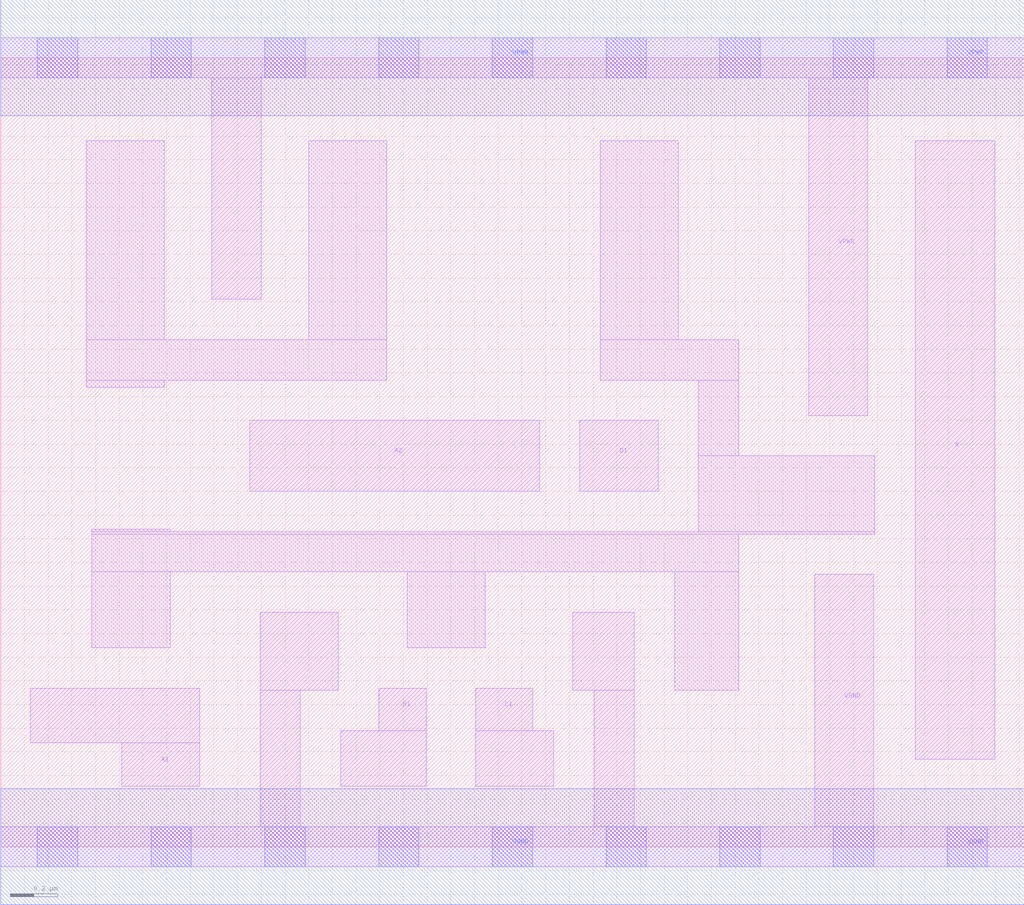
<source format=lef>
# Copyright 2020 The SkyWater PDK Authors
#
# Licensed under the Apache License, Version 2.0 (the "License");
# you may not use this file except in compliance with the License.
# You may obtain a copy of the License at
#
#     https://www.apache.org/licenses/LICENSE-2.0
#
# Unless required by applicable law or agreed to in writing, software
# distributed under the License is distributed on an "AS IS" BASIS,
# WITHOUT WARRANTIES OR CONDITIONS OF ANY KIND, either express or implied.
# See the License for the specific language governing permissions and
# limitations under the License.
#
# SPDX-License-Identifier: Apache-2.0

VERSION 5.7 ;
  NAMESCASESENSITIVE ON ;
  NOWIREEXTENSIONATPIN ON ;
  DIVIDERCHAR "/" ;
  BUSBITCHARS "[]" ;
UNITS
  DATABASE MICRONS 200 ;
END UNITS
MACRO sky130_fd_sc_ms__a2111o_1
  CLASS CORE ;
  SOURCE USER ;
  FOREIGN sky130_fd_sc_ms__a2111o_1 ;
  ORIGIN  0.000000  0.000000 ;
  SIZE  4.320000 BY  3.330000 ;
  SYMMETRY X Y ;
  SITE unit ;
  PIN A1
    ANTENNAGATEAREA  0.276000 ;
    DIRECTION INPUT ;
    USE SIGNAL ;
    PORT
      LAYER li1 ;
        RECT 0.125000 0.440000 0.840000 0.670000 ;
        RECT 0.510000 0.255000 0.840000 0.440000 ;
    END
  END A1
  PIN A2
    ANTENNAGATEAREA  0.276000 ;
    DIRECTION INPUT ;
    USE SIGNAL ;
    PORT
      LAYER li1 ;
        RECT 1.050000 1.500000 2.275000 1.800000 ;
    END
  END A2
  PIN B1
    ANTENNAGATEAREA  0.276000 ;
    DIRECTION INPUT ;
    USE SIGNAL ;
    PORT
      LAYER li1 ;
        RECT 1.435000 0.255000 1.795000 0.490000 ;
        RECT 1.595000 0.490000 1.795000 0.670000 ;
    END
  END B1
  PIN C1
    ANTENNAGATEAREA  0.276000 ;
    DIRECTION INPUT ;
    USE SIGNAL ;
    PORT
      LAYER li1 ;
        RECT 2.005000 0.255000 2.335000 0.490000 ;
        RECT 2.005000 0.490000 2.245000 0.670000 ;
    END
  END C1
  PIN D1
    ANTENNAGATEAREA  0.276000 ;
    DIRECTION INPUT ;
    USE SIGNAL ;
    PORT
      LAYER li1 ;
        RECT 2.445000 1.500000 2.775000 1.800000 ;
    END
  END D1
  PIN X
    ANTENNADIFFAREA  0.487300 ;
    DIRECTION OUTPUT ;
    USE SIGNAL ;
    PORT
      LAYER li1 ;
        RECT 3.860000 0.370000 4.195000 2.980000 ;
    END
  END X
  PIN VGND
    DIRECTION INOUT ;
    USE GROUND ;
    PORT
      LAYER li1 ;
        RECT 0.000000 -0.085000 4.320000 0.085000 ;
        RECT 1.095000  0.085000 1.265000 0.660000 ;
        RECT 1.095000  0.660000 1.425000 0.990000 ;
        RECT 2.415000  0.660000 2.675000 0.990000 ;
        RECT 2.505000  0.085000 2.675000 0.660000 ;
        RECT 3.435000  0.085000 3.685000 1.150000 ;
      LAYER mcon ;
        RECT 0.155000 -0.085000 0.325000 0.085000 ;
        RECT 0.635000 -0.085000 0.805000 0.085000 ;
        RECT 1.115000 -0.085000 1.285000 0.085000 ;
        RECT 1.595000 -0.085000 1.765000 0.085000 ;
        RECT 2.075000 -0.085000 2.245000 0.085000 ;
        RECT 2.555000 -0.085000 2.725000 0.085000 ;
        RECT 3.035000 -0.085000 3.205000 0.085000 ;
        RECT 3.515000 -0.085000 3.685000 0.085000 ;
        RECT 3.995000 -0.085000 4.165000 0.085000 ;
      LAYER met1 ;
        RECT 0.000000 -0.245000 4.320000 0.245000 ;
    END
  END VGND
  PIN VPWR
    DIRECTION INOUT ;
    USE POWER ;
    PORT
      LAYER li1 ;
        RECT 0.000000 3.245000 4.320000 3.415000 ;
        RECT 0.890000 2.310000 1.100000 3.245000 ;
        RECT 3.410000 1.820000 3.660000 3.245000 ;
      LAYER mcon ;
        RECT 0.155000 3.245000 0.325000 3.415000 ;
        RECT 0.635000 3.245000 0.805000 3.415000 ;
        RECT 1.115000 3.245000 1.285000 3.415000 ;
        RECT 1.595000 3.245000 1.765000 3.415000 ;
        RECT 2.075000 3.245000 2.245000 3.415000 ;
        RECT 2.555000 3.245000 2.725000 3.415000 ;
        RECT 3.035000 3.245000 3.205000 3.415000 ;
        RECT 3.515000 3.245000 3.685000 3.415000 ;
        RECT 3.995000 3.245000 4.165000 3.415000 ;
      LAYER met1 ;
        RECT 0.000000 3.085000 4.320000 3.575000 ;
    END
  END VPWR
  OBS
    LAYER li1 ;
      RECT 0.360000 1.940000 0.690000 1.970000 ;
      RECT 0.360000 1.970000 1.630000 2.140000 ;
      RECT 0.360000 2.140000 0.690000 2.980000 ;
      RECT 0.385000 0.840000 0.715000 1.160000 ;
      RECT 0.385000 1.160000 3.115000 1.320000 ;
      RECT 0.385000 1.320000 3.690000 1.330000 ;
      RECT 0.385000 1.330000 0.715000 1.340000 ;
      RECT 1.300000 2.140000 1.630000 2.980000 ;
      RECT 1.715000 0.840000 2.045000 1.160000 ;
      RECT 2.530000 1.970000 3.115000 2.140000 ;
      RECT 2.530000 2.140000 2.860000 2.980000 ;
      RECT 2.845000 0.660000 3.115000 1.160000 ;
      RECT 2.945000 1.330000 3.690000 1.650000 ;
      RECT 2.945000 1.650000 3.115000 1.970000 ;
  END
END sky130_fd_sc_ms__a2111o_1

</source>
